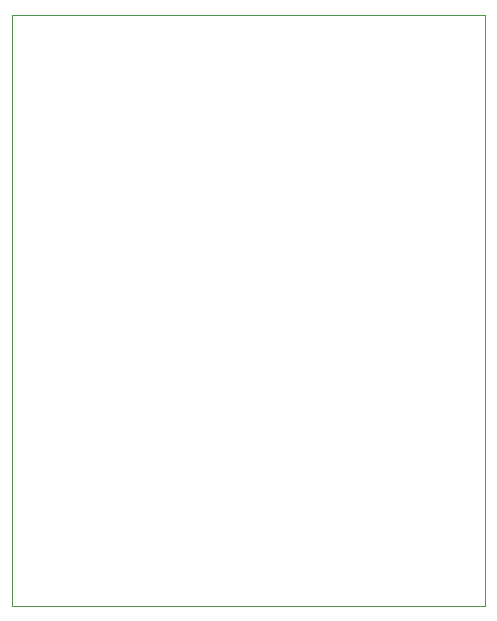
<source format=gm1>
G04 #@! TF.GenerationSoftware,KiCad,Pcbnew,7.0.7-7.0.7~ubuntu22.04.1*
G04 #@! TF.CreationDate,2023-09-18T18:33:35-07:00*
G04 #@! TF.ProjectId,webcam-shim,77656263-616d-42d7-9368-696d2e6b6963,rev?*
G04 #@! TF.SameCoordinates,Original*
G04 #@! TF.FileFunction,Profile,NP*
%FSLAX46Y46*%
G04 Gerber Fmt 4.6, Leading zero omitted, Abs format (unit mm)*
G04 Created by KiCad (PCBNEW 7.0.7-7.0.7~ubuntu22.04.1) date 2023-09-18 18:33:35*
%MOMM*%
%LPD*%
G01*
G04 APERTURE LIST*
G04 #@! TA.AperFunction,Profile*
%ADD10C,0.100000*%
G04 #@! TD*
G04 APERTURE END LIST*
D10*
X100000000Y-50000000D02*
X140000000Y-50000000D01*
X140000000Y-100000000D01*
X100000000Y-100000000D01*
X100000000Y-50000000D01*
M02*

</source>
